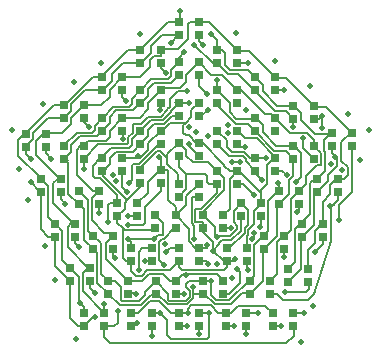
<source format=gbr>
%TF.GenerationSoftware,KiCad,Pcbnew,(5.1.9-0-10_14)*%
%TF.CreationDate,2021-12-13T14:59:41-05:00*%
%TF.ProjectId,dodecahedron_n4,646f6465-6361-4686-9564-726f6e5f6e34,rev?*%
%TF.SameCoordinates,Original*%
%TF.FileFunction,Copper,L1,Top*%
%TF.FilePolarity,Positive*%
%FSLAX46Y46*%
G04 Gerber Fmt 4.6, Leading zero omitted, Abs format (unit mm)*
G04 Created by KiCad (PCBNEW (5.1.9-0-10_14)) date 2021-12-13 14:59:41*
%MOMM*%
%LPD*%
G01*
G04 APERTURE LIST*
%TA.AperFunction,SMDPad,CuDef*%
%ADD10R,0.800000X0.700000*%
%TD*%
%TA.AperFunction,ViaPad*%
%ADD11C,0.508000*%
%TD*%
%TA.AperFunction,Conductor*%
%ADD12C,0.152400*%
%TD*%
G04 APERTURE END LIST*
D10*
%TO.P,D3,4*%
%TO.N,/CS10*%
X84670000Y-57065000D03*
%TO.P,D3,3*%
%TO.N,SW2*%
X82970000Y-57065000D03*
%TO.P,D3,2*%
%TO.N,SW3*%
X84670000Y-55965000D03*
%TO.P,D3,1*%
%TO.N,SW1*%
X82970000Y-55965000D03*
%TD*%
%TO.P,D11,4*%
%TO.N,/CS1*%
X92671000Y-62526000D03*
%TO.P,D11,3*%
%TO.N,SW8*%
X90971000Y-62526000D03*
%TO.P,D11,2*%
%TO.N,SW9*%
X92671000Y-61426000D03*
%TO.P,D11,1*%
%TO.N,SW7*%
X90971000Y-61426000D03*
%TD*%
%TO.P,D14,4*%
%TO.N,/CS7*%
X91147000Y-49381500D03*
%TO.P,D14,3*%
%TO.N,SW2*%
X89447000Y-49381500D03*
%TO.P,D14,2*%
%TO.N,SW3*%
X91147000Y-48281500D03*
%TO.P,D14,1*%
%TO.N,SW1*%
X89447000Y-48281500D03*
%TD*%
%TO.P,D51,1*%
%TO.N,SW10*%
X74969000Y-61426000D03*
%TO.P,D51,2*%
%TO.N,SW12*%
X76669000Y-61426000D03*
%TO.P,D51,3*%
%TO.N,SW11*%
X74969000Y-62526000D03*
%TO.P,D51,4*%
%TO.N,/CS1*%
X76669000Y-62526000D03*
%TD*%
%TO.P,D50,1*%
%TO.N,SW10*%
X73762500Y-57616000D03*
%TO.P,D50,2*%
%TO.N,SW12*%
X75462500Y-57616000D03*
%TO.P,D50,3*%
%TO.N,SW11*%
X73762500Y-58716000D03*
%TO.P,D50,4*%
%TO.N,/CS2*%
X75462500Y-58716000D03*
%TD*%
%TO.P,D49,1*%
%TO.N,SW10*%
X72492500Y-53869500D03*
%TO.P,D49,2*%
%TO.N,SW12*%
X74192500Y-53869500D03*
%TO.P,D49,3*%
%TO.N,SW11*%
X72492500Y-54969500D03*
%TO.P,D49,4*%
%TO.N,/CS3*%
X74192500Y-54969500D03*
%TD*%
%TO.P,D48,1*%
%TO.N,SW10*%
X71286000Y-50059500D03*
%TO.P,D48,2*%
%TO.N,SW12*%
X72986000Y-50059500D03*
%TO.P,D48,3*%
%TO.N,SW11*%
X71286000Y-51159500D03*
%TO.P,D48,4*%
%TO.N,/CS4*%
X72986000Y-51159500D03*
%TD*%
%TO.P,D47,1*%
%TO.N,SW4*%
X77001000Y-58695500D03*
%TO.P,D47,2*%
%TO.N,SW6*%
X78701000Y-58695500D03*
%TO.P,D47,3*%
%TO.N,SW5*%
X77001000Y-59795500D03*
%TO.P,D47,4*%
%TO.N,/CS2*%
X78701000Y-59795500D03*
%TD*%
%TO.P,D46,1*%
%TO.N,SW4*%
X75731000Y-54885500D03*
%TO.P,D46,2*%
%TO.N,SW6*%
X77431000Y-54885500D03*
%TO.P,D46,3*%
%TO.N,SW5*%
X75731000Y-55985500D03*
%TO.P,D46,4*%
%TO.N,/CS3*%
X77431000Y-55985500D03*
%TD*%
%TO.P,D45,1*%
%TO.N,SW4*%
X74524500Y-51075500D03*
%TO.P,D45,2*%
%TO.N,SW6*%
X76224500Y-51075500D03*
%TO.P,D45,3*%
%TO.N,SW5*%
X74524500Y-52175500D03*
%TO.P,D45,4*%
%TO.N,/CS4*%
X76224500Y-52175500D03*
%TD*%
%TO.P,D44,1*%
%TO.N,SW1*%
X78969500Y-55965000D03*
%TO.P,D44,2*%
%TO.N,SW3*%
X80669500Y-55965000D03*
%TO.P,D44,3*%
%TO.N,SW2*%
X78969500Y-57065000D03*
%TO.P,D44,4*%
%TO.N,/CS1*%
X80669500Y-57065000D03*
%TD*%
%TO.P,D43,1*%
%TO.N,SW1*%
X77763000Y-52155000D03*
%TO.P,D43,2*%
%TO.N,SW3*%
X79463000Y-52155000D03*
%TO.P,D43,3*%
%TO.N,SW2*%
X77763000Y-53255000D03*
%TO.P,D43,4*%
%TO.N,/CS2*%
X79463000Y-53255000D03*
%TD*%
%TO.P,D42,1*%
%TO.N,SW1*%
X81001500Y-53171000D03*
%TO.P,D42,2*%
%TO.N,SW3*%
X82701500Y-53171000D03*
%TO.P,D42,3*%
%TO.N,SW2*%
X81001500Y-54271000D03*
%TO.P,D42,4*%
%TO.N,/CS11*%
X82701500Y-54271000D03*
%TD*%
%TO.P,D41,1*%
%TO.N,SW10*%
X70016000Y-46249500D03*
%TO.P,D41,2*%
%TO.N,SW12*%
X71716000Y-46249500D03*
%TO.P,D41,3*%
%TO.N,SW11*%
X70016000Y-47349500D03*
%TO.P,D41,4*%
%TO.N,/CS5*%
X71716000Y-47349500D03*
%TD*%
%TO.P,D40,1*%
%TO.N,SW10*%
X73254500Y-43836500D03*
%TO.P,D40,2*%
%TO.N,SW12*%
X74954500Y-43836500D03*
%TO.P,D40,3*%
%TO.N,SW11*%
X73254500Y-44936500D03*
%TO.P,D40,4*%
%TO.N,/CS6*%
X74954500Y-44936500D03*
%TD*%
%TO.P,D39,1*%
%TO.N,SW10*%
X76493000Y-41487000D03*
%TO.P,D39,2*%
%TO.N,SW12*%
X78193000Y-41487000D03*
%TO.P,D39,3*%
%TO.N,SW11*%
X76493000Y-42587000D03*
%TO.P,D39,4*%
%TO.N,/CS7*%
X78193000Y-42587000D03*
%TD*%
%TO.P,D38,1*%
%TO.N,SW10*%
X79731500Y-39137500D03*
%TO.P,D38,2*%
%TO.N,SW12*%
X81431500Y-39137500D03*
%TO.P,D38,3*%
%TO.N,SW11*%
X79731500Y-40237500D03*
%TO.P,D38,4*%
%TO.N,/CS8*%
X81431500Y-40237500D03*
%TD*%
%TO.P,D37,1*%
%TO.N,SW4*%
X73254500Y-47265500D03*
%TO.P,D37,2*%
%TO.N,SW6*%
X74954500Y-47265500D03*
%TO.P,D37,3*%
%TO.N,SW5*%
X73254500Y-48365500D03*
%TO.P,D37,4*%
%TO.N,/CS5*%
X74954500Y-48365500D03*
%TD*%
%TO.P,D36,1*%
%TO.N,SW4*%
X76493000Y-44916000D03*
%TO.P,D36,2*%
%TO.N,SW6*%
X78193000Y-44916000D03*
%TO.P,D36,3*%
%TO.N,SW5*%
X76493000Y-46016000D03*
%TO.P,D36,4*%
%TO.N,/CS6*%
X78193000Y-46016000D03*
%TD*%
%TO.P,D35,1*%
%TO.N,SW4*%
X79731500Y-42566500D03*
%TO.P,D35,2*%
%TO.N,SW6*%
X81431500Y-42566500D03*
%TO.P,D35,3*%
%TO.N,SW5*%
X79731500Y-43666500D03*
%TO.P,D35,4*%
%TO.N,/CS7*%
X81431500Y-43666500D03*
%TD*%
%TO.P,D34,4*%
%TO.N,/CS3*%
X78193000Y-49445000D03*
%TO.P,D34,3*%
%TO.N,SW2*%
X76493000Y-49445000D03*
%TO.P,D34,2*%
%TO.N,SW3*%
X78193000Y-48345000D03*
%TO.P,D34,1*%
%TO.N,SW1*%
X76493000Y-48345000D03*
%TD*%
%TO.P,D33,4*%
%TO.N,/CS4*%
X81431500Y-47095500D03*
%TO.P,D33,3*%
%TO.N,SW2*%
X79731500Y-47095500D03*
%TO.P,D33,2*%
%TO.N,SW3*%
X81431500Y-45995500D03*
%TO.P,D33,1*%
%TO.N,SW1*%
X79731500Y-45995500D03*
%TD*%
%TO.P,D32,1*%
%TO.N,SW1*%
X79731500Y-49361000D03*
%TO.P,D32,2*%
%TO.N,SW3*%
X81431500Y-49361000D03*
%TO.P,D32,3*%
%TO.N,SW2*%
X79731500Y-50461000D03*
%TO.P,D32,4*%
%TO.N,/CS12*%
X81431500Y-50461000D03*
%TD*%
%TO.P,D31,1*%
%TO.N,SW10*%
X82970000Y-36788000D03*
%TO.P,D31,2*%
%TO.N,SW12*%
X84670000Y-36788000D03*
%TO.P,D31,3*%
%TO.N,SW11*%
X82970000Y-37888000D03*
%TO.P,D31,4*%
%TO.N,/CS9*%
X84670000Y-37888000D03*
%TD*%
%TO.P,D30,1*%
%TO.N,SW10*%
X86208500Y-39201000D03*
%TO.P,D30,2*%
%TO.N,SW12*%
X87908500Y-39201000D03*
%TO.P,D30,3*%
%TO.N,SW11*%
X86208500Y-40301000D03*
%TO.P,D30,4*%
%TO.N,/CS10*%
X87908500Y-40301000D03*
%TD*%
%TO.P,D29,1*%
%TO.N,SW10*%
X89447000Y-41487000D03*
%TO.P,D29,2*%
%TO.N,SW12*%
X91147000Y-41487000D03*
%TO.P,D29,3*%
%TO.N,SW11*%
X89447000Y-42587000D03*
%TO.P,D29,4*%
%TO.N,/CS11*%
X91147000Y-42587000D03*
%TD*%
%TO.P,D28,1*%
%TO.N,SW10*%
X92685500Y-43900000D03*
%TO.P,D28,2*%
%TO.N,SW12*%
X94385500Y-43900000D03*
%TO.P,D28,3*%
%TO.N,SW11*%
X92685500Y-45000000D03*
%TO.P,D28,4*%
%TO.N,/CS12*%
X94385500Y-45000000D03*
%TD*%
%TO.P,D27,1*%
%TO.N,SW4*%
X82970000Y-40217000D03*
%TO.P,D27,2*%
%TO.N,SW6*%
X84670000Y-40217000D03*
%TO.P,D27,3*%
%TO.N,SW5*%
X82970000Y-41317000D03*
%TO.P,D27,4*%
%TO.N,/CS8*%
X84670000Y-41317000D03*
%TD*%
%TO.P,D26,4*%
%TO.N,/CS9*%
X87908500Y-43666500D03*
%TO.P,D26,3*%
%TO.N,SW5*%
X86208500Y-43666500D03*
%TO.P,D26,2*%
%TO.N,SW6*%
X87908500Y-42566500D03*
%TO.P,D26,1*%
%TO.N,SW4*%
X86208500Y-42566500D03*
%TD*%
%TO.P,D25,4*%
%TO.N,Net-(D25-Pad4)*%
X91147000Y-46016000D03*
%TO.P,D25,3*%
%TO.N,SW5*%
X89447000Y-46016000D03*
%TO.P,D25,2*%
%TO.N,SW6*%
X91147000Y-44916000D03*
%TO.P,D25,1*%
%TO.N,SW4*%
X89447000Y-44916000D03*
%TD*%
%TO.P,D24,4*%
%TO.N,/CS5*%
X84670000Y-44746000D03*
%TO.P,D24,3*%
%TO.N,SW2*%
X82970000Y-44746000D03*
%TO.P,D24,2*%
%TO.N,SW3*%
X84670000Y-43646000D03*
%TO.P,D24,1*%
%TO.N,SW1*%
X82970000Y-43646000D03*
%TD*%
%TO.P,D23,4*%
%TO.N,/CS6*%
X87908500Y-47095500D03*
%TO.P,D23,3*%
%TO.N,SW2*%
X86208500Y-47095500D03*
%TO.P,D23,2*%
%TO.N,SW3*%
X87908500Y-45995500D03*
%TO.P,D23,1*%
%TO.N,SW1*%
X86208500Y-45995500D03*
%TD*%
%TO.P,D22,1*%
%TO.N,SW1*%
X82970000Y-47011500D03*
%TO.P,D22,2*%
%TO.N,SW3*%
X84670000Y-47011500D03*
%TO.P,D22,3*%
%TO.N,SW2*%
X82970000Y-48111500D03*
%TO.P,D22,4*%
%TO.N,/CS13*%
X84670000Y-48111500D03*
%TD*%
%TO.P,D21,1*%
%TO.N,SW10*%
X95924000Y-46186000D03*
%TO.P,D21,2*%
%TO.N,SW12*%
X97624000Y-46186000D03*
%TO.P,D21,3*%
%TO.N,SW11*%
X95924000Y-47286000D03*
%TO.P,D21,4*%
%TO.N,/CS13*%
X97624000Y-47286000D03*
%TD*%
%TO.P,D20,1*%
%TO.N,SW10*%
X94717500Y-50059500D03*
%TO.P,D20,2*%
%TO.N,SW12*%
X96417500Y-50059500D03*
%TO.P,D20,3*%
%TO.N,SW11*%
X94717500Y-51159500D03*
%TO.P,D20,4*%
%TO.N,/CS14*%
X96417500Y-51159500D03*
%TD*%
%TO.P,D19,4*%
%TO.N,/CS15*%
X95147500Y-54969500D03*
%TO.P,D19,3*%
%TO.N,SW11*%
X93447500Y-54969500D03*
%TO.P,D19,2*%
%TO.N,SW12*%
X95147500Y-53869500D03*
%TO.P,D19,1*%
%TO.N,SW10*%
X93447500Y-53869500D03*
%TD*%
%TO.P,D18,1*%
%TO.N,SW10*%
X92241000Y-57679500D03*
%TO.P,D18,2*%
%TO.N,SW12*%
X93941000Y-57679500D03*
%TO.P,D18,3*%
%TO.N,SW11*%
X92241000Y-58779500D03*
%TO.P,D18,4*%
%TO.N,/CS16*%
X93941000Y-58779500D03*
%TD*%
%TO.P,D17,4*%
%TO.N,/CS11*%
X94385500Y-48365500D03*
%TO.P,D17,3*%
%TO.N,SW5*%
X92685500Y-48365500D03*
%TO.P,D17,2*%
%TO.N,SW6*%
X94385500Y-47265500D03*
%TO.P,D17,1*%
%TO.N,SW4*%
X92685500Y-47265500D03*
%TD*%
%TO.P,D16,4*%
%TO.N,/CS12*%
X93179000Y-52175500D03*
%TO.P,D16,3*%
%TO.N,SW5*%
X91479000Y-52175500D03*
%TO.P,D16,2*%
%TO.N,SW6*%
X93179000Y-51075500D03*
%TO.P,D16,1*%
%TO.N,SW4*%
X91479000Y-51075500D03*
%TD*%
%TO.P,D15,4*%
%TO.N,/CS13*%
X91909000Y-55985500D03*
%TO.P,D15,3*%
%TO.N,SW5*%
X90209000Y-55985500D03*
%TO.P,D15,2*%
%TO.N,SW6*%
X91909000Y-54885500D03*
%TO.P,D15,1*%
%TO.N,SW4*%
X90209000Y-54885500D03*
%TD*%
%TO.P,D13,4*%
%TO.N,/CS8*%
X89940500Y-53255000D03*
%TO.P,D13,3*%
%TO.N,SW2*%
X88240500Y-53255000D03*
%TO.P,D13,2*%
%TO.N,SW3*%
X89940500Y-52155000D03*
%TO.P,D13,1*%
%TO.N,SW1*%
X88240500Y-52155000D03*
%TD*%
%TO.P,D12,4*%
%TO.N,/CS14*%
X87908500Y-50524500D03*
%TO.P,D12,3*%
%TO.N,SW2*%
X86208500Y-50524500D03*
%TO.P,D12,2*%
%TO.N,SW3*%
X87908500Y-49424500D03*
%TO.P,D12,1*%
%TO.N,SW1*%
X86208500Y-49424500D03*
%TD*%
%TO.P,D10,4*%
%TO.N,/CS2*%
X88670500Y-62526000D03*
%TO.P,D10,3*%
%TO.N,SW8*%
X86970500Y-62526000D03*
%TO.P,D10,2*%
%TO.N,SW9*%
X88670500Y-61426000D03*
%TO.P,D10,1*%
%TO.N,SW7*%
X86970500Y-61426000D03*
%TD*%
%TO.P,D9,1*%
%TO.N,SW7*%
X82970000Y-61426000D03*
%TO.P,D9,2*%
%TO.N,SW9*%
X84670000Y-61426000D03*
%TO.P,D9,3*%
%TO.N,SW8*%
X82970000Y-62526000D03*
%TO.P,D9,4*%
%TO.N,/CS3*%
X84670000Y-62526000D03*
%TD*%
%TO.P,D8,1*%
%TO.N,SW7*%
X78969500Y-61426000D03*
%TO.P,D8,2*%
%TO.N,SW9*%
X80669500Y-61426000D03*
%TO.P,D8,3*%
%TO.N,SW8*%
X78969500Y-62526000D03*
%TO.P,D8,4*%
%TO.N,/CS4*%
X80669500Y-62526000D03*
%TD*%
%TO.P,D7,1*%
%TO.N,SW4*%
X89002500Y-58695500D03*
%TO.P,D7,2*%
%TO.N,SW6*%
X90702500Y-58695500D03*
%TO.P,D7,3*%
%TO.N,SW5*%
X89002500Y-59795500D03*
%TO.P,D7,4*%
%TO.N,/CS14*%
X90702500Y-59795500D03*
%TD*%
%TO.P,D6,1*%
%TO.N,SW4*%
X85002000Y-58695500D03*
%TO.P,D6,2*%
%TO.N,SW6*%
X86702000Y-58695500D03*
%TO.P,D6,3*%
%TO.N,SW5*%
X85002000Y-59795500D03*
%TO.P,D6,4*%
%TO.N,/CS15*%
X86702000Y-59795500D03*
%TD*%
%TO.P,D5,1*%
%TO.N,SW4*%
X81026000Y-58717000D03*
%TO.P,D5,2*%
%TO.N,SW6*%
X82726000Y-58717000D03*
%TO.P,D5,3*%
%TO.N,SW5*%
X81026000Y-59817000D03*
%TO.P,D5,4*%
%TO.N,/CS16*%
X82726000Y-59817000D03*
%TD*%
%TO.P,D4,1*%
%TO.N,SW1*%
X87034000Y-55965000D03*
%TO.P,D4,2*%
%TO.N,SW3*%
X88734000Y-55965000D03*
%TO.P,D4,3*%
%TO.N,SW2*%
X87034000Y-57065000D03*
%TO.P,D4,4*%
%TO.N,/CS9*%
X88734000Y-57065000D03*
%TD*%
%TO.P,D2,1*%
%TO.N,SW1*%
X85002000Y-53171000D03*
%TO.P,D2,2*%
%TO.N,SW3*%
X86702000Y-53171000D03*
%TO.P,D2,3*%
%TO.N,SW2*%
X85002000Y-54271000D03*
%TO.P,D2,4*%
%TO.N,/CS15*%
X86702000Y-54271000D03*
%TD*%
%TO.P,D1,4*%
%TO.N,/CS16*%
X84670000Y-51604000D03*
%TO.P,D1,3*%
%TO.N,SW2*%
X82970000Y-51604000D03*
%TO.P,D1,2*%
%TO.N,SW3*%
X84670000Y-50504000D03*
%TO.P,D1,1*%
%TO.N,SW1*%
X82970000Y-50504000D03*
%TD*%
D11*
%TO.N,SW2*%
X87731600Y-56896000D03*
X89983780Y-50159866D03*
X85864710Y-56146700D03*
%TO.N,SW3*%
X79554411Y-48182624D03*
X81263865Y-48269265D03*
X85382100Y-55638700D03*
X79603600Y-57810400D03*
%TO.N,SW1*%
X76990378Y-53767219D03*
X78705810Y-55194200D03*
X83845400Y-43637200D03*
X90340600Y-48308121D03*
X86182200Y-55016400D03*
X81896947Y-56305890D03*
X80900787Y-55159624D03*
%TO.N,SW5*%
X84199242Y-59205878D03*
%TO.N,SW6*%
X83573622Y-58245071D03*
%TO.N,SW4*%
X83413600Y-39370000D03*
X86207600Y-41732200D03*
X92907159Y-50319088D03*
X91413862Y-50443439D03*
X85699600Y-58699400D03*
%TO.N,SW8*%
X83667600Y-62534800D03*
X87680800Y-62534800D03*
X91643200Y-62509400D03*
X79468687Y-62255370D03*
%TO.N,SW9*%
X93535500Y-61404500D03*
X89662000Y-61404500D03*
X81407000Y-61404500D03*
X85572600Y-61417200D03*
%TO.N,SW7*%
X83769200Y-61468000D03*
%TO.N,SW11*%
X70421500Y-48387000D03*
X70421500Y-50355500D03*
X82296000Y-38608000D03*
X84264500Y-38735000D03*
X92684600Y-45669200D03*
X96240600Y-48234588D03*
X75862588Y-61771089D03*
%TO.N,SW12*%
X76657200Y-60680600D03*
%TO.N,SW10*%
X85661500Y-37782500D03*
X83058000Y-35877500D03*
X74574432Y-60557921D03*
%TO.N,GND*%
X95885000Y-48818800D03*
X97307400Y-44577000D03*
X99085400Y-45948600D03*
X98323400Y-48488600D03*
X94056200Y-42214800D03*
X93319600Y-63855600D03*
X94335600Y-60807600D03*
X72517000Y-58674000D03*
X71678800Y-55778400D03*
X70205600Y-51866800D03*
X69443600Y-49276000D03*
X68859400Y-45948600D03*
X71501000Y-43713400D03*
X74142600Y-41859200D03*
X87858600Y-37719000D03*
X91135200Y-40106600D03*
X79654400Y-37820600D03*
X76403200Y-40259000D03*
X74244200Y-63677800D03*
X89331800Y-54635400D03*
X87102098Y-46177200D03*
X89212757Y-55139962D03*
X87508402Y-58470800D03*
X81807049Y-55627294D03*
X86207600Y-57277000D03*
%TO.N,VCC*%
X77386598Y-49784000D03*
X83845400Y-45720000D03*
X87502245Y-48668146D03*
X88163400Y-48666400D03*
X77698600Y-50266600D03*
X96778798Y-49303096D03*
%TO.N,/CS16*%
X91973400Y-59664600D03*
X83411821Y-59791590D03*
X87102122Y-45516789D03*
X84296316Y-55158260D03*
%TO.N,/CS15*%
X87934800Y-57708800D03*
X87366275Y-54219659D03*
X94488000Y-56261000D03*
X85411677Y-46433263D03*
%TO.N,/CS10*%
X88823800Y-40284400D03*
X88655674Y-44227784D03*
X85445600Y-57277000D03*
%TO.N,/CS9*%
X85039200Y-38735000D03*
X88798400Y-57835800D03*
X87790185Y-43632701D03*
%TO.N,/CS14*%
X95785043Y-52351043D03*
X89306379Y-51460400D03*
X84429600Y-46126400D03*
%TO.N,/CS4*%
X73355200Y-52171600D03*
X76225400Y-53009800D03*
X80688251Y-63351129D03*
X78769979Y-50404512D03*
%TO.N,/CS3*%
X74523600Y-55880000D03*
X84658200Y-63195200D03*
X78618528Y-51176009D03*
X77571610Y-56743600D03*
%TO.N,/CS2*%
X75869800Y-59766200D03*
X79378158Y-59809710D03*
X88671400Y-63220600D03*
X78666556Y-53238989D03*
%TO.N,/CS1*%
X77800200Y-61290200D03*
X80137010Y-57073800D03*
%TO.N,/CS8*%
X81858787Y-41122600D03*
X89814400Y-54127400D03*
X85344000Y-42900600D03*
%TO.N,/CS7*%
X78536800Y-43484800D03*
X81353359Y-44245626D03*
X92100400Y-49733210D03*
%TO.N,/CS13*%
X91897200Y-56692800D03*
X96565733Y-53595048D03*
X83851534Y-47130765D03*
%TO.N,/CS12*%
X95122076Y-45775837D03*
X95123000Y-44715423D03*
X92977895Y-52901194D03*
X78663800Y-53949600D03*
%TO.N,/CS11*%
X91897200Y-42570400D03*
X93460505Y-46659790D03*
X81746201Y-57351114D03*
%TO.N,/CS6*%
X75361800Y-45694600D03*
X78231991Y-46674167D03*
X88581388Y-47353207D03*
%TO.N,/CS5*%
X72186800Y-48361600D03*
X74955400Y-49225200D03*
X85420200Y-44221400D03*
X83642177Y-42671988D03*
%TD*%
D12*
%TO.N,SW2*%
X83598601Y-50975399D02*
X83598601Y-49816601D01*
X82970000Y-51604000D02*
X83598601Y-50975399D01*
X83598601Y-49816601D02*
X83598601Y-49689601D01*
X83598601Y-49689601D02*
X82994500Y-49085500D01*
X82994500Y-49085500D02*
X82994500Y-48133000D01*
X79731500Y-50461000D02*
X79684814Y-50507686D01*
X77121601Y-48862399D02*
X76517500Y-49466500D01*
X79060601Y-47766399D02*
X77682735Y-47766399D01*
X77121601Y-48327533D02*
X77121601Y-48862399D01*
X79731500Y-47095500D02*
X79060601Y-47766399D01*
X77682735Y-47766399D02*
X77121601Y-48327533D01*
X76454000Y-49609252D02*
X76454000Y-49466500D01*
X78391601Y-52626399D02*
X78391601Y-52106400D01*
X77763000Y-53255000D02*
X78391601Y-52626399D01*
X78391601Y-52106400D02*
X78609400Y-51888600D01*
X78223200Y-54271000D02*
X77749400Y-53797200D01*
X77749400Y-53797200D02*
X77749400Y-53263800D01*
X78969500Y-57065000D02*
X78477200Y-57065000D01*
X78477200Y-57065000D02*
X78223200Y-56811000D01*
X78223200Y-56811000D02*
X78223200Y-54271000D01*
X79731500Y-50766501D02*
X79731500Y-50461000D01*
X78609400Y-51888600D02*
X79731500Y-50766501D01*
X84419119Y-53749601D02*
X84373399Y-53703881D01*
X86169500Y-51265982D02*
X86169500Y-50546000D01*
X84419119Y-52592399D02*
X84843083Y-52592399D01*
X84373399Y-52638119D02*
X84419119Y-52592399D01*
X85002000Y-54271000D02*
X85002000Y-53768600D01*
X84983001Y-53749601D02*
X84419119Y-53749601D01*
X85002000Y-53768600D02*
X84983001Y-53749601D01*
X84843083Y-52592399D02*
X86169500Y-51265982D01*
X84373399Y-53703881D02*
X84373399Y-52638119D01*
X87562600Y-57065000D02*
X87731600Y-56896000D01*
X87034000Y-57065000D02*
X87562600Y-57065000D01*
X82397633Y-44746000D02*
X81726734Y-45416899D01*
X80848619Y-45416899D02*
X80360101Y-45905417D01*
X80360101Y-46449399D02*
X79692500Y-47117000D01*
X80360101Y-45905417D02*
X80360101Y-46449399D01*
X82970000Y-44746000D02*
X82397633Y-44746000D01*
X81726734Y-45416899D02*
X80848619Y-45416899D01*
X89447000Y-49381500D02*
X89447000Y-49623086D01*
X89447000Y-49623086D02*
X89983780Y-50159866D01*
X80840298Y-54432202D02*
X81001500Y-54271000D01*
X78223200Y-54271000D02*
X78384402Y-54432202D01*
X78384402Y-54432202D02*
X80840298Y-54432202D01*
X86208500Y-50524500D02*
X85551100Y-50524500D01*
X85551100Y-50524500D02*
X85369400Y-50342800D01*
X85369400Y-50342800D02*
X85369400Y-49834800D01*
X85224201Y-49689601D02*
X83598601Y-49689601D01*
X85369400Y-49834800D02*
X85224201Y-49689601D01*
X87248998Y-48132998D02*
X86233000Y-47117000D01*
X88369650Y-48132998D02*
X87248998Y-48132998D01*
X88646002Y-48409350D02*
X88369650Y-48132998D01*
X88646002Y-48580502D02*
X88646002Y-48409350D01*
X89447000Y-49381500D02*
X88646002Y-48580502D01*
X76581000Y-49466500D02*
X76581000Y-49860200D01*
X76581000Y-49860200D02*
X78609400Y-51888600D01*
X87403706Y-55295811D02*
X88208100Y-54491417D01*
X86405399Y-55482850D02*
X86592438Y-55295811D01*
X86592438Y-55295811D02*
X87403706Y-55295811D01*
X88208100Y-54491417D02*
X88208100Y-53269900D01*
X88208100Y-53269900D02*
X88239600Y-53238400D01*
X82970000Y-57065000D02*
X82970000Y-57519200D01*
X82970000Y-57519200D02*
X83210400Y-57759600D01*
X83210400Y-57759600D02*
X86817200Y-57759600D01*
X86817200Y-57759600D02*
X87033100Y-57543700D01*
X87033100Y-57543700D02*
X87033100Y-57061100D01*
X81735265Y-57833716D02*
X82201284Y-57833716D01*
X80316863Y-57833588D02*
X81735137Y-57833588D01*
X82201284Y-57833716D02*
X82970000Y-57065000D01*
X78968600Y-57073800D02*
X78968600Y-57889652D01*
X79371948Y-58293000D02*
X79857451Y-58293000D01*
X78968600Y-57889652D02*
X79371948Y-58293000D01*
X81735137Y-57833588D02*
X81735265Y-57833716D01*
X79857451Y-58293000D02*
X80316863Y-57833588D01*
X85002000Y-54557050D02*
X85002000Y-54271000D01*
X85864710Y-55419760D02*
X85002000Y-54557050D01*
X85864710Y-56146700D02*
X85864710Y-55419760D01*
X86405399Y-55606011D02*
X86405399Y-55482850D01*
X85864710Y-56146700D02*
X86405399Y-55606011D01*
X86783010Y-57065000D02*
X85864710Y-56146700D01*
X87034000Y-57065000D02*
X86783010Y-57065000D01*
%TO.N,SW3*%
X87279899Y-52593101D02*
X87279899Y-50070601D01*
X86702000Y-53171000D02*
X87279899Y-52593101D01*
X87279899Y-50070601D02*
X88011000Y-49339500D01*
X83598601Y-52273899D02*
X83598601Y-51529399D01*
X82701500Y-53171000D02*
X83598601Y-52273899D01*
X83598601Y-51529399D02*
X84645500Y-50482500D01*
X80360101Y-51257899D02*
X80360101Y-50386399D01*
X79463000Y-52155000D02*
X80360101Y-51257899D01*
X80360101Y-50386399D02*
X81407000Y-49339500D01*
X88090252Y-49403000D02*
X87947500Y-49403000D01*
X89940500Y-52155000D02*
X89940500Y-51253248D01*
X89940500Y-51253248D02*
X88090252Y-49403000D01*
X89576149Y-46634399D02*
X88544399Y-46634399D01*
X91147000Y-48281500D02*
X91147000Y-48205250D01*
X91147000Y-48205250D02*
X89576149Y-46634399D01*
X88544399Y-46634399D02*
X87884000Y-45974000D01*
X82072899Y-49449999D02*
X81983900Y-49361000D01*
X81983900Y-49361000D02*
X81431500Y-49361000D01*
X82072899Y-51868381D02*
X82702400Y-52497882D01*
X82072899Y-49449999D02*
X82072899Y-51868381D01*
X82702400Y-52497882D02*
X82702400Y-53187600D01*
X80360101Y-47066899D02*
X80360101Y-47628381D01*
X80360101Y-47628381D02*
X79664982Y-48323500D01*
X79664982Y-48323500D02*
X78168500Y-48323500D01*
X81431500Y-45995500D02*
X80360101Y-47066899D01*
X81431500Y-49361000D02*
X81431500Y-48436900D01*
X81431500Y-48436900D02*
X81263865Y-48269265D01*
X89940500Y-52155000D02*
X89940500Y-51007152D01*
X89940500Y-51007152D02*
X90474802Y-50472850D01*
X90474802Y-50472850D02*
X90474802Y-48907698D01*
X90474802Y-48907698D02*
X91059000Y-48323500D01*
X84041399Y-44274601D02*
X84041399Y-44836083D01*
X84670000Y-43646000D02*
X84041399Y-44274601D01*
X84041399Y-44836083D02*
X83548409Y-45329073D01*
X82245627Y-45329073D02*
X81600700Y-45974000D01*
X81600700Y-45974000D02*
X81470500Y-45974000D01*
X83548409Y-45329073D02*
X82245627Y-45329073D01*
X84921600Y-46990000D02*
X84709000Y-46990000D01*
X87275620Y-49424500D02*
X86811815Y-48960695D01*
X86811815Y-48880215D02*
X84921600Y-46990000D01*
X86811815Y-48960695D02*
X86811815Y-48880215D01*
X87908500Y-49424500D02*
X87275620Y-49424500D01*
X83809590Y-46405801D02*
X83613751Y-46405801D01*
X83613751Y-46405801D02*
X83362799Y-46154849D01*
X84670000Y-47011500D02*
X84415289Y-47011500D01*
X83362799Y-46154849D02*
X83362799Y-45514683D01*
X84415289Y-47011500D02*
X83809590Y-46405801D01*
X83362799Y-45514683D02*
X83548409Y-45329073D01*
X84900756Y-55734244D02*
X84670000Y-55965000D01*
X89311899Y-53941051D02*
X89311899Y-52801101D01*
X88707352Y-55938352D02*
X88707352Y-54934142D01*
X88849199Y-54403751D02*
X89311899Y-53941051D01*
X89311899Y-52801101D02*
X89979500Y-52133500D01*
X88734000Y-55965000D02*
X88707352Y-55938352D01*
X88849199Y-54792295D02*
X88849199Y-54403751D01*
X88707352Y-54934142D02*
X88849199Y-54792295D01*
X84387609Y-55956200D02*
X84658200Y-55956200D01*
X83813441Y-55382032D02*
X84387609Y-55956200D01*
X83813441Y-54282941D02*
X83813441Y-55382032D01*
X82701500Y-53171000D02*
X83813441Y-54282941D01*
X85382100Y-55638700D02*
X85382100Y-55892700D01*
X85382100Y-55892700D02*
X85305900Y-55968900D01*
X85305900Y-55968900D02*
X84658200Y-55968900D01*
X80669500Y-55965000D02*
X79874200Y-55965000D01*
X79598101Y-57804901D02*
X79603600Y-57810400D01*
X79598101Y-56241099D02*
X79598101Y-57804901D01*
X79874200Y-55965000D02*
X79598101Y-56241099D01*
%TO.N,SW1*%
X86837101Y-51057381D02*
X86837101Y-50007101D01*
X85002000Y-52892482D02*
X86837101Y-51057381D01*
X85002000Y-53171000D02*
X85002000Y-52892482D01*
X86837101Y-50007101D02*
X86233000Y-49403000D01*
X82014381Y-48782399D02*
X82931000Y-49699018D01*
X82931000Y-49699018D02*
X82931000Y-50482500D01*
X82014381Y-47967119D02*
X82014381Y-48782399D01*
X82970000Y-47011500D02*
X82014381Y-47967119D01*
X79019412Y-46710588D02*
X79019412Y-47170105D01*
X79019412Y-47170105D02*
X78727929Y-47461588D01*
X78727929Y-47461588D02*
X77252412Y-47461588D01*
X77252412Y-47461588D02*
X76390500Y-48323500D01*
X79756000Y-45974000D02*
X79019412Y-46710588D01*
X82014381Y-48330929D02*
X82014381Y-48782399D01*
X79731500Y-49119115D02*
X81149417Y-47701198D01*
X81149417Y-47701198D02*
X81384650Y-47701198D01*
X79731500Y-49361000D02*
X79731500Y-49119115D01*
X81384650Y-47701198D02*
X82014381Y-48330929D01*
X76990378Y-53767219D02*
X76990378Y-52270222D01*
X76990378Y-52270222D02*
X77114400Y-52146200D01*
X77114400Y-52146200D02*
X77749400Y-52146200D01*
X78969500Y-55965000D02*
X78969500Y-55457890D01*
X78969500Y-55457890D02*
X78705810Y-55194200D01*
X83598601Y-48115535D02*
X83598601Y-47625977D01*
X84173167Y-48690101D02*
X83598601Y-48115535D01*
X82994500Y-47021876D02*
X82994500Y-46990000D01*
X82321412Y-44294588D02*
X82970000Y-43646000D01*
X82321412Y-44391155D02*
X82321412Y-44294588D01*
X81600479Y-45112088D02*
X82321412Y-44391155D01*
X79731500Y-45995500D02*
X80614912Y-45112088D01*
X86208500Y-49424500D02*
X85474101Y-48690101D01*
X85474101Y-48690101D02*
X84173167Y-48690101D01*
X83598601Y-47625977D02*
X82994500Y-47021876D01*
X80614912Y-45112088D02*
X81600479Y-45112088D01*
X82970000Y-43646000D02*
X82719560Y-43646000D01*
X82719560Y-43646000D02*
X82672656Y-43599096D01*
X83845400Y-43637200D02*
X82981800Y-43637200D01*
X90313979Y-48281500D02*
X90340600Y-48308121D01*
X89447000Y-48281500D02*
X90313979Y-48281500D01*
X87020398Y-46807398D02*
X87020398Y-47348650D01*
X88991219Y-48323500D02*
X89471500Y-48323500D01*
X87020398Y-47348650D02*
X87499935Y-47828187D01*
X88495906Y-47828187D02*
X88991219Y-48323500D01*
X86208500Y-45995500D02*
X87020398Y-46807398D01*
X87499935Y-47828187D02*
X88495906Y-47828187D01*
X75692000Y-48958500D02*
X76327000Y-48323500D01*
X75910119Y-50023601D02*
X75692000Y-49805482D01*
X75692000Y-49805482D02*
X75692000Y-48958500D01*
X77763000Y-52155000D02*
X77763000Y-51485034D01*
X77763000Y-51485034D02*
X76301567Y-50023601D01*
X76301567Y-50023601D02*
X75910119Y-50023601D01*
X86182200Y-55016400D02*
X86044379Y-55009016D01*
X87611899Y-52783601D02*
X88240500Y-52155000D01*
X86070400Y-55035037D02*
X86070400Y-54193400D01*
X86182200Y-55016400D02*
X86277069Y-54927500D01*
X87340950Y-54927500D02*
X87903290Y-54365161D01*
X87903290Y-54056729D02*
X87611899Y-53765338D01*
X88869101Y-52737601D02*
X88265000Y-52133500D01*
X86277069Y-54927500D02*
X87340950Y-54927500D01*
X86044379Y-55009016D02*
X86044379Y-54927500D01*
X88544388Y-54277495D02*
X88869101Y-53952782D01*
X87611899Y-53765338D02*
X87611899Y-52783601D01*
X86070400Y-54193400D02*
X85026500Y-53149500D01*
X87245427Y-55965000D02*
X88544388Y-54666039D01*
X87903290Y-54365161D02*
X87903290Y-54056729D01*
X87034000Y-55965000D02*
X87245427Y-55965000D01*
X86182200Y-55016400D02*
X86070400Y-55035037D01*
X88869101Y-53952782D02*
X88869101Y-52737601D01*
X88544388Y-54666039D02*
X88544388Y-54277495D01*
X82237837Y-55965000D02*
X81896947Y-56305890D01*
X80866211Y-55194200D02*
X80900787Y-55159624D01*
X82970000Y-55965000D02*
X82237837Y-55965000D01*
X78705810Y-55194200D02*
X80866211Y-55194200D01*
X81584381Y-54849601D02*
X81210810Y-54849601D01*
X81210810Y-54849601D02*
X80900787Y-55159624D01*
X81630101Y-53817101D02*
X81630101Y-54803881D01*
X80962500Y-53149500D02*
X81630101Y-53817101D01*
X81630101Y-54803881D02*
X81584381Y-54849601D01*
%TO.N,SW5*%
X90073899Y-58724101D02*
X90073899Y-56103101D01*
X89002500Y-59795500D02*
X90073899Y-58724101D01*
X90073899Y-56103101D02*
X90170000Y-56007000D01*
X91280399Y-54896601D02*
X91280399Y-52420101D01*
X90170000Y-56007000D02*
X91280399Y-54896601D01*
X91280399Y-52420101D02*
X91503500Y-52197000D01*
X73614601Y-48725601D02*
X73614601Y-51326101D01*
X73254500Y-48365500D02*
X73614601Y-48725601D01*
X73614601Y-51326101D02*
X74485500Y-52197000D01*
X74485500Y-52197000D02*
X74549000Y-52197000D01*
X74524500Y-52175500D02*
X74986277Y-52637277D01*
X74986277Y-52637277D02*
X74986277Y-55237777D01*
X74986277Y-55237777D02*
X75755500Y-56007000D01*
X75731000Y-55985500D02*
X76091101Y-56345601D01*
X76091101Y-56345601D02*
X76091101Y-58882601D01*
X76091101Y-58882601D02*
X77025500Y-59817000D01*
X77972363Y-60766863D02*
X79736088Y-60766863D01*
X79736088Y-60766863D02*
X80622451Y-59880500D01*
X80622451Y-59880500D02*
X81026000Y-59880500D01*
X77001000Y-59795500D02*
X77972363Y-60766863D01*
X73279000Y-48387000D02*
X73215500Y-48323500D01*
X73446335Y-48387000D02*
X73563987Y-48504652D01*
X73279000Y-48387000D02*
X73446335Y-48387000D01*
X91075716Y-47702899D02*
X89410317Y-46037500D01*
X89410317Y-46037500D02*
X89408000Y-46037500D01*
X92685500Y-48365500D02*
X92022899Y-47702899D01*
X92022899Y-47702899D02*
X91075716Y-47702899D01*
X76493000Y-46016000D02*
X76026987Y-46482013D01*
X74576505Y-46482013D02*
X73883101Y-47175417D01*
X73883101Y-47175417D02*
X73883101Y-47782899D01*
X76026987Y-46482013D02*
X74576505Y-46482013D01*
X73883101Y-47782899D02*
X73279000Y-48387000D01*
X77675305Y-44272213D02*
X77121601Y-44825917D01*
X77121601Y-44825917D02*
X77121601Y-45369899D01*
X79731500Y-43666500D02*
X79125787Y-44272213D01*
X79125787Y-44272213D02*
X77675305Y-44272213D01*
X77121601Y-45369899D02*
X76517500Y-45974000D01*
X82970000Y-41317000D02*
X82326187Y-41960813D01*
X80875705Y-41960813D02*
X80360101Y-42476417D01*
X80360101Y-42476417D02*
X80360101Y-43083899D01*
X80360101Y-43083899D02*
X79756000Y-43688000D01*
X82326187Y-41960813D02*
X80875705Y-41960813D01*
X84963000Y-59817000D02*
X84810364Y-59817000D01*
X81026000Y-59817000D02*
X81149801Y-59817000D01*
X81149801Y-59817000D02*
X82033213Y-60700412D01*
X82033213Y-60700412D02*
X83700905Y-60700412D01*
X83700905Y-60700412D02*
X84199242Y-60202075D01*
X84201384Y-59795500D02*
X84199242Y-59793358D01*
X85002000Y-59795500D02*
X84201384Y-59795500D01*
X84199242Y-59793358D02*
X84199242Y-59205878D01*
X84199242Y-60202075D02*
X84199242Y-59793358D01*
X86233000Y-43842717D02*
X86233000Y-43688000D01*
X87807182Y-45416899D02*
X86233000Y-43842717D01*
X88847899Y-45416899D02*
X87807182Y-45416899D01*
X89447000Y-46016000D02*
X88847899Y-45416899D01*
X91479000Y-52175500D02*
X92332049Y-51322451D01*
X92646500Y-49875960D02*
X92646500Y-48323500D01*
X92332049Y-50190411D02*
X92646500Y-49875960D01*
X92332049Y-51322451D02*
X92332049Y-50190411D01*
X88336549Y-59753500D02*
X89027000Y-59753500D01*
X85002000Y-59795500D02*
X85138008Y-59795500D01*
X85138008Y-59795500D02*
X86021420Y-60678912D01*
X87411137Y-60678912D02*
X88336549Y-59753500D01*
X86021420Y-60678912D02*
X87411137Y-60678912D01*
%TO.N,SW6*%
X91959000Y-54885500D02*
X92461400Y-54383100D01*
X92461400Y-54383100D02*
X92461400Y-51810600D01*
X91909000Y-54885500D02*
X91959000Y-54885500D01*
X92461400Y-51810600D02*
X93218000Y-51054000D01*
X94218518Y-47371000D02*
X94488000Y-47371000D01*
X91280399Y-55452619D02*
X91742018Y-54991000D01*
X91280399Y-58117601D02*
X91280399Y-55452619D01*
X90702500Y-58695500D02*
X91280399Y-58117601D01*
X91742018Y-54991000D02*
X91948000Y-54991000D01*
X80360101Y-44199381D02*
X79664982Y-44894500D01*
X80360101Y-43637899D02*
X80360101Y-44199381D01*
X81431500Y-42566500D02*
X80360101Y-43637899D01*
X79664982Y-44894500D02*
X78168500Y-44894500D01*
X75595899Y-51704101D02*
X75595899Y-53588917D01*
X76224500Y-51075500D02*
X75595899Y-51704101D01*
X75595899Y-53588917D02*
X76644500Y-54637518D01*
X76644500Y-54637518D02*
X77243518Y-54637518D01*
X77243518Y-54637518D02*
X77406500Y-54800500D01*
X82726000Y-58717000D02*
X83326101Y-58116899D01*
X86183899Y-58116899D02*
X86741000Y-58674000D01*
X77431000Y-54885500D02*
X76802399Y-55514101D01*
X76802399Y-55514101D02*
X76802399Y-56863399D01*
X76802399Y-56863399D02*
X78676500Y-58737500D01*
X75322034Y-46851966D02*
X74930000Y-47244000D01*
X77121601Y-45987399D02*
X77121601Y-46548881D01*
X77121601Y-46548881D02*
X76818516Y-46851966D01*
X78193000Y-44916000D02*
X77121601Y-45987399D01*
X76818516Y-46851966D02*
X75322034Y-46851966D01*
X75672100Y-51075500D02*
X74325899Y-49729299D01*
X76224500Y-51075500D02*
X75672100Y-51075500D01*
X74325899Y-49729299D02*
X74325899Y-47594101D01*
X74325899Y-47594101D02*
X74612500Y-47307500D01*
X74612500Y-47307500D02*
X74930000Y-47307500D01*
X87908500Y-42566500D02*
X86591599Y-41249599D01*
X86591599Y-41249599D02*
X85699599Y-41249599D01*
X85699599Y-41249599D02*
X84645500Y-40195500D01*
X83948699Y-58116899D02*
X86183899Y-58116899D01*
X83326101Y-58116899D02*
X83948699Y-58116899D01*
X94385500Y-47265500D02*
X94385500Y-46763100D01*
X94385500Y-46763100D02*
X93799589Y-46177189D01*
X92430589Y-46177189D02*
X91160600Y-44907200D01*
X93799589Y-46177189D02*
X92430589Y-46177189D01*
X83701794Y-58116899D02*
X83573622Y-58245071D01*
X83948699Y-58116899D02*
X83701794Y-58116899D01*
X90784552Y-44553552D02*
X90232152Y-44553552D01*
X91147000Y-44916000D02*
X90784552Y-44553552D01*
X90232152Y-44553552D02*
X88223600Y-42545000D01*
X88223600Y-42545000D02*
X87884000Y-42545000D01*
X84670000Y-40217000D02*
X83598601Y-41288399D01*
X83081305Y-42367177D02*
X81584823Y-42367177D01*
X83598601Y-41849881D02*
X83081305Y-42367177D01*
X83598601Y-41288399D02*
X83598601Y-41849881D01*
X81584823Y-42367177D02*
X81407000Y-42545000D01*
X81608881Y-58138399D02*
X82207982Y-58737500D01*
X78701000Y-58695500D02*
X79886018Y-58695500D01*
X79886018Y-58695500D02*
X80443119Y-58138399D01*
X80443119Y-58138399D02*
X81608881Y-58138399D01*
X82207982Y-58737500D02*
X82804000Y-58737500D01*
X95021388Y-47904388D02*
X94462600Y-47345600D01*
X93756899Y-50497601D02*
X93756899Y-49858619D01*
X94968381Y-48944101D02*
X95021388Y-48891094D01*
X95021388Y-48891094D02*
X95021388Y-47904388D01*
X94671417Y-48944101D02*
X94968381Y-48944101D01*
X93756899Y-49858619D02*
X94671417Y-48944101D01*
X93179000Y-51075500D02*
X93756899Y-50497601D01*
%TO.N,SW4*%
X75291088Y-54463088D02*
X75692000Y-54864000D01*
X75291088Y-51842088D02*
X75291088Y-54463088D01*
X74524500Y-51075500D02*
X75291088Y-51842088D01*
X76395912Y-55550412D02*
X76395912Y-58107912D01*
X75731000Y-54885500D02*
X76395912Y-55550412D01*
X76395912Y-58107912D02*
X76962000Y-58674000D01*
X79606649Y-60426601D02*
X80111601Y-59921649D01*
X78072399Y-60328381D02*
X78170619Y-60426601D01*
X80111601Y-59651899D02*
X81026000Y-58737500D01*
X78170619Y-60426601D02*
X79606649Y-60426601D01*
X77553400Y-58695500D02*
X78072399Y-59214499D01*
X77001000Y-58695500D02*
X77553400Y-58695500D01*
X78072399Y-59214499D02*
X78072399Y-60328381D01*
X80111601Y-59921649D02*
X80111601Y-59651899D01*
X91479000Y-51075500D02*
X91479000Y-50374170D01*
X91479000Y-50374170D02*
X91473771Y-50368941D01*
X76493000Y-44916000D02*
X75844402Y-45564598D01*
X75844402Y-45564598D02*
X75844402Y-45926250D01*
X75593450Y-46177202D02*
X74345798Y-46177202D01*
X75844402Y-45926250D02*
X75593450Y-46177202D01*
X74345798Y-46177202D02*
X73279000Y-47244000D01*
X79019402Y-43278598D02*
X79019402Y-43716450D01*
X79731500Y-42566500D02*
X79019402Y-43278598D01*
X77444598Y-43967402D02*
X76517500Y-44894500D01*
X78768450Y-43967402D02*
X77444598Y-43967402D01*
X79019402Y-43716450D02*
X78768450Y-43967402D01*
X80644998Y-41656002D02*
X79756000Y-42545000D01*
X82970000Y-40217000D02*
X82341399Y-40845601D01*
X82019650Y-41656002D02*
X80644998Y-41656002D01*
X82341399Y-40845601D02*
X82341399Y-41334253D01*
X82341399Y-41334253D02*
X82019650Y-41656002D01*
X82970000Y-39813600D02*
X83413600Y-39370000D01*
X82970000Y-40217000D02*
X82970000Y-39813600D01*
X86207600Y-41732200D02*
X86207600Y-42570400D01*
X83894431Y-60075819D02*
X83894431Y-59583581D01*
X83845400Y-58699400D02*
X85013800Y-58699400D01*
X81026000Y-58717000D02*
X82097399Y-59788399D01*
X82097399Y-59788399D02*
X82097399Y-60333532D01*
X82097399Y-60333532D02*
X82159469Y-60395601D01*
X82159469Y-60395601D02*
X83574649Y-60395601D01*
X83574649Y-60395601D02*
X83894431Y-60075819D01*
X83566000Y-58978800D02*
X83845400Y-58699400D01*
X83894431Y-59583581D02*
X83566000Y-59255150D01*
X83566000Y-59255150D02*
X83566000Y-58978800D01*
X86208500Y-42566500D02*
X87279899Y-43637899D01*
X87279899Y-43637899D02*
X87279899Y-44458549D01*
X87279899Y-44458549D02*
X87804751Y-44983401D01*
X87804751Y-44983401D02*
X89382599Y-44983401D01*
X89382599Y-44983401D02*
X89471500Y-44894500D01*
X91235018Y-47265500D02*
X90075601Y-46106083D01*
X90075601Y-46106083D02*
X90075601Y-45498601D01*
X90075601Y-45498601D02*
X89408000Y-44831000D01*
X92685500Y-47265500D02*
X91235018Y-47265500D01*
X92710000Y-47244000D02*
X93314101Y-47848101D01*
X93314101Y-49912146D02*
X92907159Y-50319088D01*
X93314101Y-47848101D02*
X93314101Y-49912146D01*
X85699600Y-59926025D02*
X85699600Y-58699400D01*
X85699600Y-58699400D02*
X85039200Y-58699400D01*
X87263399Y-60374101D02*
X88963500Y-58674000D01*
X86147676Y-60374101D02*
X87263399Y-60374101D01*
X86147676Y-60374101D02*
X85699600Y-59926025D01*
X89362601Y-58335399D02*
X89362601Y-55716800D01*
X89002500Y-58695500D02*
X89362601Y-58335399D01*
X90569101Y-51924899D02*
X91440000Y-51054000D01*
X90569101Y-54510300D02*
X90569101Y-51924899D01*
X89362601Y-55716800D02*
X90569101Y-54510300D01*
%TO.N,SW8*%
X83667600Y-62534800D02*
X83032600Y-62534800D01*
X83032600Y-62534800D02*
X83007200Y-62534800D01*
X87672000Y-62526000D02*
X87680800Y-62534800D01*
X86970500Y-62526000D02*
X87672000Y-62526000D01*
X91626600Y-62526000D02*
X91643200Y-62509400D01*
X90971000Y-62526000D02*
X91626600Y-62526000D01*
X78969500Y-62526000D02*
X79198057Y-62526000D01*
X79198057Y-62526000D02*
X79468687Y-62255370D01*
%TO.N,SW9*%
X89662000Y-61404500D02*
X89662000Y-61404500D01*
X93535500Y-61404500D02*
X93535500Y-61404500D01*
X93535500Y-61404500D02*
X92646500Y-61404500D01*
X89662000Y-61404500D02*
X88709500Y-61404500D01*
X81385500Y-61426000D02*
X81407000Y-61404500D01*
X80669500Y-61426000D02*
X81385500Y-61426000D01*
X85563800Y-61426000D02*
X85572600Y-61417200D01*
X84670000Y-61426000D02*
X85563800Y-61426000D01*
X85572600Y-62784882D02*
X85572600Y-61417200D01*
X85572600Y-63474600D02*
X85572600Y-62784882D01*
X82346800Y-63677800D02*
X85369400Y-63677800D01*
X81407000Y-61404500D02*
X81991201Y-61988701D01*
X81991201Y-63322201D02*
X82346800Y-63677800D01*
X85369400Y-63677800D02*
X85572600Y-63474600D01*
X81991201Y-61988701D02*
X81991201Y-63322201D01*
%TO.N,SW7*%
X81280986Y-60395602D02*
X81890607Y-61005223D01*
X80552298Y-60395602D02*
X81280986Y-60395602D01*
X79521900Y-61426000D02*
X80552298Y-60395602D01*
X78969500Y-61426000D02*
X79521900Y-61426000D01*
X81890607Y-61005223D02*
X82289884Y-61404500D01*
X82289884Y-61404500D02*
X82994500Y-61404500D01*
X83727200Y-61426000D02*
X83769200Y-61468000D01*
X82970000Y-61426000D02*
X83727200Y-61426000D01*
X90311399Y-60847399D02*
X90932000Y-61468000D01*
X85704341Y-60792899D02*
X86315942Y-61404500D01*
X84039485Y-60792899D02*
X85704341Y-60792899D01*
X83769200Y-61063184D02*
X84039485Y-60792899D01*
X87376000Y-61404500D02*
X87947500Y-60847399D01*
X83769200Y-61468000D02*
X83769200Y-61063184D01*
X87947500Y-60847399D02*
X90311399Y-60847399D01*
X86315942Y-61404500D02*
X87376000Y-61404500D01*
%TO.N,SW11*%
X80581500Y-39433500D02*
X79756000Y-40259000D01*
X81555500Y-37888000D02*
X80581500Y-38862000D01*
X82970000Y-37888000D02*
X81555500Y-37888000D01*
X80581500Y-38862000D02*
X80581500Y-39433500D01*
X73883101Y-43746417D02*
X73883101Y-44353899D01*
X75042518Y-42587000D02*
X73883101Y-43746417D01*
X76493000Y-42587000D02*
X75042518Y-42587000D01*
X73883101Y-44353899D02*
X73279000Y-44958000D01*
X70644601Y-46159417D02*
X70644601Y-46703399D01*
X71867518Y-44936500D02*
X70644601Y-46159417D01*
X73254500Y-44936500D02*
X71867518Y-44936500D01*
X70644601Y-46703399D02*
X69977000Y-47371000D01*
X77279500Y-41239018D02*
X77279500Y-41783000D01*
X79731500Y-40237500D02*
X78281018Y-40237500D01*
X77279500Y-41783000D02*
X76517500Y-42545000D01*
X74416600Y-62526000D02*
X73787000Y-61896400D01*
X74969000Y-62526000D02*
X74416600Y-62526000D01*
X73787000Y-61896400D02*
X73787000Y-58801000D01*
X73787000Y-58801000D02*
X73787000Y-58674000D01*
X73659018Y-58674000D02*
X72453500Y-57468482D01*
X73787000Y-58674000D02*
X73659018Y-58674000D01*
X72453500Y-57468482D02*
X72453500Y-54927500D01*
X71940100Y-54969500D02*
X71310500Y-54339900D01*
X72492500Y-54969500D02*
X71940100Y-54969500D01*
X71310500Y-54339900D02*
X71310500Y-51117500D01*
X71225500Y-51159500D02*
X70421500Y-50355500D01*
X71286000Y-51159500D02*
X71225500Y-51159500D01*
X93312399Y-57708101D02*
X93312399Y-55087101D01*
X92241000Y-58779500D02*
X93312399Y-57708101D01*
X93312399Y-55087101D02*
X93472000Y-54927500D01*
X93447500Y-54969500D02*
X94393710Y-54023290D01*
X94393710Y-54023290D02*
X94393710Y-51529290D01*
X94393710Y-51529290D02*
X94678500Y-51244500D01*
X92022899Y-44337399D02*
X91136899Y-44337399D01*
X92685500Y-45000000D02*
X92022899Y-44337399D01*
X91136899Y-44337399D02*
X89408000Y-42608500D01*
X89408000Y-42608500D02*
X87983912Y-41184412D01*
X87983912Y-41184412D02*
X87158412Y-41184412D01*
X87158412Y-41184412D02*
X86233000Y-40259000D01*
X85830500Y-40301000D02*
X84264500Y-38735000D01*
X86208500Y-40301000D02*
X85830500Y-40301000D01*
X82296000Y-38544500D02*
X82931000Y-37909500D01*
X78059491Y-40431509D02*
X78087009Y-40431509D01*
X77787500Y-40703500D02*
X78059491Y-40431509D01*
X78087009Y-40431509D02*
X77279500Y-41239018D01*
X78281018Y-40237500D02*
X78087009Y-40431509D01*
X86208500Y-40301000D02*
X86381500Y-40301000D01*
X70016000Y-47981500D02*
X70421500Y-48387000D01*
X70016000Y-47349500D02*
X70016000Y-47981500D01*
X82296000Y-38544500D02*
X82296000Y-38608000D01*
X92685500Y-45392388D02*
X92685500Y-45000000D01*
X92684600Y-45669200D02*
X92685500Y-45392388D01*
X95924000Y-47917988D02*
X96240600Y-48234588D01*
X95924000Y-47286000D02*
X95924000Y-47917988D01*
X94717500Y-51159500D02*
X95630999Y-50246001D01*
X95630999Y-50246001D02*
X95630999Y-49761651D01*
X96367601Y-48361589D02*
X96240600Y-48234588D01*
X95630999Y-49761651D02*
X96367601Y-49025049D01*
X96367601Y-49025049D02*
X96367601Y-48361589D01*
X75744509Y-61771089D02*
X75862588Y-61771089D01*
X74980800Y-62534800D02*
X75744509Y-61771089D01*
%TO.N,SW12*%
X84670000Y-36788000D02*
X83925500Y-36788000D01*
X83925500Y-36788000D02*
X83756500Y-36957000D01*
X83756500Y-38262982D02*
X82903482Y-39116000D01*
X83756500Y-36957000D02*
X83756500Y-38262982D01*
X82903482Y-39116000D02*
X81407000Y-39116000D01*
X81412501Y-39658899D02*
X80848619Y-39658899D01*
X81431500Y-39639900D02*
X81412501Y-39658899D01*
X80848619Y-39658899D02*
X80518000Y-39989518D01*
X81431500Y-39137500D02*
X81431500Y-39639900D01*
X80518000Y-40612482D02*
X79664982Y-41465500D01*
X80518000Y-39989518D02*
X80518000Y-40612482D01*
X73883101Y-45469381D02*
X73124482Y-46228000D01*
X73883101Y-44907899D02*
X73883101Y-45469381D01*
X74954500Y-43836500D02*
X73883101Y-44907899D01*
X73124482Y-46228000D02*
X71691500Y-46228000D01*
X77121601Y-43119881D02*
X76426482Y-43815000D01*
X77121601Y-42558399D02*
X77121601Y-43119881D01*
X78193000Y-41487000D02*
X77121601Y-42558399D01*
X76426482Y-43815000D02*
X74930000Y-43815000D01*
X74833899Y-59590899D02*
X74833899Y-58071601D01*
X76669000Y-61426000D02*
X74833899Y-59590899D01*
X74833899Y-58071601D02*
X75311000Y-57594500D01*
X73563899Y-55847399D02*
X73563899Y-54134601D01*
X75311000Y-57594500D02*
X73563899Y-55847399D01*
X73563899Y-54134601D02*
X73850500Y-53848000D01*
X73850500Y-53848000D02*
X74168000Y-53848000D01*
X74192500Y-53869500D02*
X74126000Y-53869500D01*
X72357399Y-52100899D02*
X72357399Y-50449899D01*
X74126000Y-53869500D02*
X72357399Y-52100899D01*
X72357399Y-50449899D02*
X72705798Y-50101500D01*
X72705798Y-50101500D02*
X72898000Y-50101500D01*
X72898000Y-50101500D02*
X70866000Y-48069500D01*
X70866000Y-48069500D02*
X70866000Y-46913066D01*
X70866000Y-46913066D02*
X71487566Y-46291500D01*
X71487566Y-46291500D02*
X71691500Y-46291500D01*
X87908500Y-39201000D02*
X85537500Y-36830000D01*
X85537500Y-36830000D02*
X84645500Y-36830000D01*
X91147000Y-41487000D02*
X88903000Y-39243000D01*
X88903000Y-39243000D02*
X87820500Y-39243000D01*
X94385500Y-43900000D02*
X92014500Y-41529000D01*
X92014500Y-41529000D02*
X91059000Y-41529000D01*
X97624000Y-46186000D02*
X95443500Y-44005500D01*
X95443500Y-44005500D02*
X94361000Y-44005500D01*
X79375000Y-41465500D02*
X78168500Y-41465500D01*
X79664982Y-41465500D02*
X79375000Y-41465500D01*
X95788899Y-50578601D02*
X96393000Y-49974500D01*
X95147500Y-53869500D02*
X95147500Y-52029750D01*
X95788899Y-51388351D02*
X95788899Y-50578601D01*
X95147500Y-52029750D02*
X95788899Y-51388351D01*
X76657200Y-60680600D02*
X76657200Y-61442600D01*
X94518899Y-55515849D02*
X94518899Y-54452101D01*
X93941000Y-57679500D02*
X93941000Y-56093748D01*
X93941000Y-56093748D02*
X94518899Y-55515849D01*
X94518899Y-54452101D02*
X95123000Y-53848000D01*
X96969900Y-50059500D02*
X97261399Y-49768001D01*
X96741290Y-48562180D02*
X96741290Y-46959210D01*
X96417500Y-50059500D02*
X96969900Y-50059500D01*
X97261399Y-49768001D02*
X97261399Y-49082289D01*
X97261399Y-49082289D02*
X96741290Y-48562180D01*
X96741290Y-46959210D02*
X97599500Y-46101000D01*
%TO.N,SW10*%
X82970000Y-36788000D02*
X82084000Y-36788000D01*
X82084000Y-36788000D02*
X79756000Y-39116000D01*
X76493000Y-41487000D02*
X75670500Y-41487000D01*
X75670500Y-41487000D02*
X73279000Y-43878500D01*
X73279000Y-43878500D02*
X73279000Y-43815000D01*
X73254500Y-43836500D02*
X72432000Y-43836500D01*
X72432000Y-43836500D02*
X70040500Y-46228000D01*
X73121101Y-56974601D02*
X73121101Y-54452101D01*
X73762500Y-57616000D02*
X73121101Y-56974601D01*
X73121101Y-54452101D02*
X72580500Y-53911500D01*
X71914601Y-53291601D02*
X71914601Y-50642101D01*
X72492500Y-53869500D02*
X71914601Y-53291601D01*
X71914601Y-50642101D02*
X71310500Y-50038000D01*
X69387399Y-48114899D02*
X69387399Y-46817601D01*
X71310500Y-50038000D02*
X69387399Y-48114899D01*
X69387399Y-46817601D02*
X69977000Y-46228000D01*
X92818899Y-57101601D02*
X92818899Y-54310601D01*
X92241000Y-57679500D02*
X92818899Y-57101601D01*
X92818899Y-54310601D02*
X93408500Y-53721000D01*
X93408500Y-53721000D02*
X93472000Y-53657500D01*
X93472000Y-53657500D02*
X94088899Y-53040601D01*
X94088899Y-53040601D02*
X94088899Y-50437101D01*
X94088899Y-50437101D02*
X94551500Y-49974500D01*
X94551500Y-49974500D02*
X94678500Y-49974500D01*
X90075601Y-42677083D02*
X90075601Y-42133101D01*
X91298518Y-43900000D02*
X90075601Y-42677083D01*
X92685500Y-43900000D02*
X91298518Y-43900000D01*
X90075601Y-42133101D02*
X89471500Y-41529000D01*
X83058000Y-35877500D02*
X83058000Y-36703000D01*
X76517500Y-41259250D02*
X76517500Y-41465500D01*
X78639250Y-39137500D02*
X76517500Y-41259250D01*
X79731500Y-39137500D02*
X78639250Y-39137500D01*
X88839601Y-40879601D02*
X87325619Y-40879601D01*
X87325619Y-40879601D02*
X86855309Y-40409291D01*
X89447000Y-41487000D02*
X88839601Y-40879601D01*
X86169499Y-38290499D02*
X85915500Y-38036500D01*
X85915500Y-38036500D02*
X85661500Y-37782500D01*
X83058000Y-35877500D02*
X83058000Y-36068000D01*
X86169499Y-38290499D02*
X86169499Y-39115999D01*
X86169499Y-39115999D02*
X86233000Y-39179500D01*
X86855309Y-40409291D02*
X86855309Y-39420809D01*
X86855309Y-39420809D02*
X86614000Y-39179500D01*
X86614000Y-39179500D02*
X86233000Y-39179500D01*
X93314101Y-44482601D02*
X92646500Y-43815000D01*
X94482456Y-46258438D02*
X93314101Y-45090083D01*
X95924000Y-46186000D02*
X95851562Y-46258438D01*
X95851562Y-46258438D02*
X94482456Y-46258438D01*
X93314101Y-45090083D02*
X93314101Y-44482601D01*
X94717500Y-50059500D02*
X95326199Y-49450801D01*
X95326199Y-49450801D02*
X95326199Y-47778132D01*
X95326199Y-47778132D02*
X95295399Y-47747332D01*
X95295399Y-47747332D02*
X95295399Y-46792201D01*
X95295399Y-46792201D02*
X95935800Y-46151800D01*
X74523632Y-58394632D02*
X74523632Y-60507121D01*
X74523632Y-60507121D02*
X74574432Y-60557921D01*
X73723500Y-57594500D02*
X74523632Y-58394632D01*
X74969000Y-60952489D02*
X74574432Y-60557921D01*
X74969000Y-61426000D02*
X74969000Y-60952489D01*
%TO.N,GND*%
X89331800Y-54635400D02*
X89331800Y-55020919D01*
X89331800Y-55020919D02*
X89212757Y-55139962D01*
%TO.N,VCC*%
X87502245Y-48668146D02*
X88161654Y-48668146D01*
X88161654Y-48668146D02*
X88163400Y-48666400D01*
%TO.N,/CS16*%
X93154500Y-59690000D02*
X93726000Y-59690000D01*
X93726000Y-59690000D02*
X93980000Y-59436000D01*
X93980000Y-59436000D02*
X93980000Y-58801000D01*
X91998800Y-59690000D02*
X91973400Y-59664600D01*
X93154500Y-59690000D02*
X91998800Y-59690000D01*
X82727800Y-59842400D02*
X82778610Y-59791590D01*
X82778610Y-59791590D02*
X83411821Y-59791590D01*
X84296316Y-54057865D02*
X84296316Y-55158260D01*
X84670000Y-51604000D02*
X84117600Y-51604000D01*
X84068588Y-53830137D02*
X84296316Y-54057865D01*
X84117600Y-51604000D02*
X84068588Y-51653012D01*
X84068588Y-51653012D02*
X84068588Y-53830137D01*
%TO.N,/CS15*%
X86764920Y-54292500D02*
X86917310Y-54444890D01*
X86741000Y-54292500D02*
X86764920Y-54292500D01*
X87366275Y-54219659D02*
X86775741Y-54219659D01*
X86775741Y-54219659D02*
X86741000Y-54254400D01*
X95147500Y-54969500D02*
X95147500Y-55601500D01*
X95147500Y-55601500D02*
X94488000Y-56261000D01*
X86702000Y-59795500D02*
X87254400Y-59795500D01*
X87254400Y-59795500D02*
X88188799Y-58861101D01*
X88188799Y-58861101D02*
X88188799Y-57962799D01*
X88188799Y-57962799D02*
X87934800Y-57708800D01*
%TO.N,/CS10*%
X88807200Y-40301000D02*
X88823800Y-40284400D01*
X87908500Y-40301000D02*
X88807200Y-40301000D01*
X85284410Y-57065000D02*
X84670000Y-57065000D01*
X85445600Y-57277000D02*
X85284410Y-57065000D01*
%TO.N,/CS9*%
X84670000Y-38365800D02*
X85039200Y-38735000D01*
X84670000Y-37888000D02*
X84670000Y-38365800D01*
X88734000Y-57771400D02*
X88798400Y-57835800D01*
X88734000Y-57065000D02*
X88734000Y-57771400D01*
X87820084Y-43662600D02*
X87790185Y-43632701D01*
X87909400Y-43662600D02*
X87820084Y-43662600D01*
%TO.N,/CS14*%
X90702500Y-59795500D02*
X91254900Y-59795500D01*
X91254900Y-59795500D02*
X91757300Y-60297900D01*
X94424500Y-59817000D02*
X95885000Y-55372000D01*
X91757300Y-60297900D02*
X93943600Y-60297900D01*
X95885000Y-55372000D02*
X95885000Y-52451734D01*
X96456500Y-51880234D02*
X96456500Y-51117500D01*
X93943600Y-60297900D02*
X94424500Y-59817000D01*
X95885000Y-52451734D02*
X96456500Y-51880234D01*
X96075867Y-52260867D02*
X95985691Y-52351043D01*
X95985691Y-52351043D02*
X95785043Y-52351043D01*
X88370479Y-50524500D02*
X89306379Y-51460400D01*
X87908500Y-50524500D02*
X88370479Y-50524500D01*
%TO.N,/CS4*%
X72986000Y-51802400D02*
X73355200Y-52171600D01*
X72986000Y-51159500D02*
X72986000Y-51802400D01*
X76225400Y-53009800D02*
X76225400Y-52095400D01*
X76225400Y-52095400D02*
X76250800Y-52120800D01*
X76250800Y-52120800D02*
X76250800Y-52146200D01*
X80669500Y-63332378D02*
X80688251Y-63351129D01*
X80669500Y-62526000D02*
X80669500Y-63332378D01*
X79023978Y-48907040D02*
X79023978Y-50150513D01*
X79637150Y-48782399D02*
X79148619Y-48782399D01*
X79148619Y-48782399D02*
X79023978Y-48907040D01*
X79023978Y-50150513D02*
X78769979Y-50404512D01*
X81324049Y-47095500D02*
X79637150Y-48782399D01*
X81431500Y-47095500D02*
X81324049Y-47095500D01*
%TO.N,/CS3*%
X74192500Y-55548900D02*
X74523600Y-55880000D01*
X74192500Y-54969500D02*
X74192500Y-55548900D01*
X84670000Y-63335800D02*
X84670000Y-62526000D01*
X84658200Y-63195200D02*
X84670000Y-63335800D01*
X77444600Y-55956200D02*
X77444600Y-56616590D01*
X77444600Y-56616590D02*
X77571610Y-56743600D01*
X78181201Y-50738682D02*
X78181201Y-49456799D01*
X78181201Y-49456799D02*
X78193000Y-49445000D01*
X78618528Y-51176009D02*
X78181201Y-50738682D01*
%TO.N,/CS2*%
X75462500Y-58716000D02*
X75462500Y-59358900D01*
X75462500Y-59358900D02*
X75869800Y-59766200D01*
X78714600Y-59766200D02*
X79334648Y-59766200D01*
X79334648Y-59766200D02*
X79378158Y-59809710D01*
X88670500Y-63219700D02*
X88671400Y-63220600D01*
X88670500Y-62526000D02*
X88670500Y-63219700D01*
X79476600Y-53263800D02*
X78691367Y-53263800D01*
X78691367Y-53263800D02*
X78666556Y-53238989D01*
%TO.N,/CS1*%
X77800200Y-61290200D02*
X77800200Y-62255400D01*
X77800200Y-62255400D02*
X77520800Y-62534800D01*
X77520800Y-62534800D02*
X76657200Y-62534800D01*
X92710000Y-62547500D02*
X92646500Y-62484000D01*
X92074989Y-63982611D02*
X92710000Y-63347600D01*
X92710000Y-63347600D02*
X92710000Y-62560200D01*
X77165211Y-63982611D02*
X92074989Y-63982611D01*
X76657200Y-63474600D02*
X77165211Y-63982611D01*
X76657200Y-62585600D02*
X76657200Y-63474600D01*
X80145810Y-57065000D02*
X80137010Y-57073800D01*
X80669500Y-57065000D02*
X80145810Y-57065000D01*
%TO.N,/CS8*%
X81431500Y-40695313D02*
X81858787Y-41122600D01*
X81431500Y-40237500D02*
X81431500Y-40695313D01*
X89940500Y-54001300D02*
X89814400Y-54127400D01*
X89940500Y-53255000D02*
X89940500Y-54001300D01*
X84670000Y-42226600D02*
X85344000Y-42900600D01*
X84670000Y-41317000D02*
X84670000Y-42226600D01*
%TO.N,/CS7*%
X78193000Y-43141000D02*
X78536800Y-43484800D01*
X78193000Y-42587000D02*
X78193000Y-43141000D01*
X81432400Y-44166585D02*
X81353359Y-44245626D01*
X81432400Y-43688000D02*
X81432400Y-44166585D01*
X91147000Y-49381500D02*
X91748690Y-49381500D01*
X91748690Y-49381500D02*
X92100400Y-49733210D01*
%TO.N,/CS13*%
X91909000Y-56681000D02*
X91897200Y-56692800D01*
X91909000Y-55985500D02*
X91909000Y-56681000D01*
X84670000Y-48111500D02*
X83851534Y-47293034D01*
X83851534Y-47293034D02*
X83851534Y-47130765D01*
X96565733Y-53595048D02*
X96565733Y-52252867D01*
X96565733Y-52252867D02*
X97612200Y-51206400D01*
X97612200Y-51206400D02*
X97612200Y-47244000D01*
%TO.N,/CS12*%
X95123000Y-44715423D02*
X95122076Y-44889285D01*
X95122076Y-44889285D02*
X95122076Y-45775837D01*
X94827000Y-45000000D02*
X94385500Y-45000000D01*
X95123000Y-44715423D02*
X94827000Y-45000000D01*
X93192600Y-52686489D02*
X92977895Y-52901194D01*
X93192600Y-52171600D02*
X93192600Y-52686489D01*
X81431500Y-51105700D02*
X80091601Y-52445599D01*
X80091601Y-53787881D02*
X79929882Y-53949600D01*
X79929882Y-53949600D02*
X78663800Y-53949600D01*
X80091601Y-52445599D02*
X80091601Y-53787881D01*
X81431500Y-50461000D02*
X81431500Y-51105700D01*
%TO.N,/CS11*%
X91880600Y-42587000D02*
X91897200Y-42570400D01*
X91147000Y-42587000D02*
X91880600Y-42587000D01*
X94385500Y-48365500D02*
X93460505Y-47440505D01*
X93460505Y-47440505D02*
X93460505Y-46659790D01*
X81564069Y-55154412D02*
X81324175Y-55394306D01*
X81710637Y-55154412D02*
X81564069Y-55154412D01*
X82701500Y-54271000D02*
X82594049Y-54271000D01*
X82594049Y-54271000D02*
X81710637Y-55154412D01*
X81324175Y-56929088D02*
X81746201Y-57351114D01*
X81324175Y-55394306D02*
X81324175Y-56929088D01*
%TO.N,/CS6*%
X74954500Y-45287300D02*
X75361800Y-45694600D01*
X74954500Y-44936500D02*
X74954500Y-45287300D01*
X78231991Y-46674167D02*
X78231991Y-46050191D01*
X78231991Y-46050191D02*
X78206600Y-46024800D01*
X87908500Y-47095500D02*
X88166207Y-47353207D01*
X88166207Y-47353207D02*
X88581388Y-47353207D01*
%TO.N,/CS5*%
X71716000Y-47890800D02*
X72186800Y-48361600D01*
X71716000Y-47349500D02*
X71716000Y-47890800D01*
X74955400Y-49225200D02*
X74955400Y-48361600D01*
X84864575Y-44754800D02*
X84658200Y-44754800D01*
X85420200Y-44221400D02*
X84864575Y-44754800D01*
X80351223Y-44807277D02*
X81474222Y-44807277D01*
X82190055Y-43984445D02*
X82190055Y-43349445D01*
X82867512Y-42671988D02*
X83642177Y-42671988D01*
X79102899Y-45462619D02*
X79148619Y-45416899D01*
X78714601Y-46570899D02*
X79102899Y-46182601D01*
X82016601Y-44264898D02*
X82016601Y-44157899D01*
X78714601Y-47043849D02*
X78714601Y-46570899D01*
X78601673Y-47156777D02*
X78714601Y-47043849D01*
X74954500Y-48365500D02*
X76163223Y-47156777D01*
X82190055Y-43349445D02*
X82867512Y-42671988D01*
X81474222Y-44807277D02*
X82016601Y-44264898D01*
X79148619Y-45416899D02*
X79741601Y-45416899D01*
X79741601Y-45416899D02*
X80351223Y-44807277D01*
X79102899Y-46182601D02*
X79102899Y-45462619D01*
X76163223Y-47156777D02*
X78601673Y-47156777D01*
X82016601Y-44157899D02*
X82190055Y-43984445D01*
%TD*%
M02*

</source>
